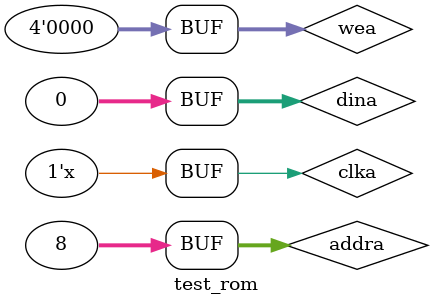
<source format=v>
`timescale 1ns / 1ps


module test_rom;

	// Inputs
	reg clka;
	reg [3:0] wea;
	reg [31:0] addra;
	reg [31:0] dina;

	// Outputs
	wire [31:0] douta;

	// Instantiate the Unit Under Test (UUT)
	rom uut (
		.clka(clka), 
		.wea(wea), 
		.addra(addra), 
		.dina(dina), 
		.douta(douta)
	);

	initial begin
		// Initialize Inputs
		clka = 1;
		wea = 0;
		addra = 0;
		dina = 0;

		// Wait 100 ns for global reset to finish
		#100;
        
		// Add stimulus here
		addra = 4;
		
		#10;
		
		addra = 8;
		#10;

	end
	
	always begin
		clka = #5 ~clka;
	end
      
endmodule


</source>
